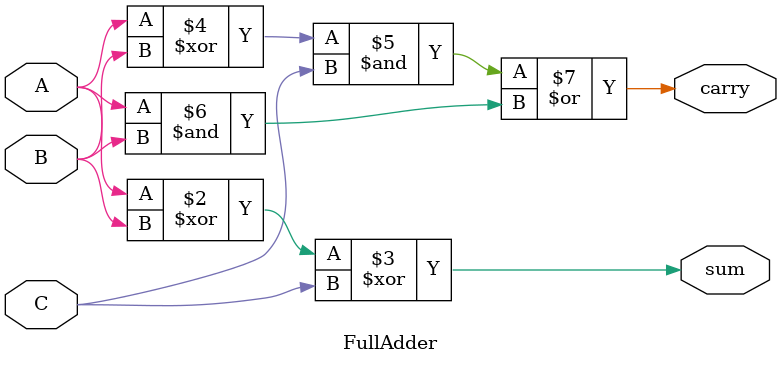
<source format=v>



module FullAdder(A,B,C,carry,sum);
	input A;
	input B;
	input C;
	output carry;
	output sum;
	reg carry;
	reg sum;
//---------------------------------------------	
 
	always @(*) 
	  begin
		sum= A^B^C;
		carry= ((A^B)&C)|(A&B);  
	  end
//---------------------------------------------
endmodule

/*
module testbench();
reg inputA;
reg inputB;
reg inputC;
wire outputC;
wire outputS;
FullAdder FA0(inputB,inputA,inputC,outputC,outputS);

initial begin
inputA=1'b1;
inputB=1'b1;
inputC=1'b1;
#60;
$display("%2b+%2b+%2b= %b%b",inputA,inputB,inputC,outputC,outputS);
$display("%2d+%2d+%2d= %2d",inputA,inputB,inputC,2*outputC+outputS);
end
endmodule
*/
</source>
